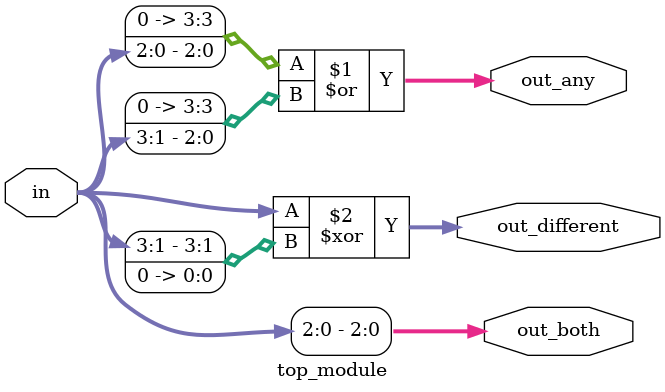
<source format=sv>
module top_module (
    input [3:0] in,
    output [2:0] out_both,
    output [3:0] out_any,
    output [3:0] out_different
);

assign out_both = in[2:0];
assign out_any = {1'b0, in[2:0]} | {in[3:1]};
assign out_different = in ^ {in[3:1], 1'b0};

endmodule

</source>
